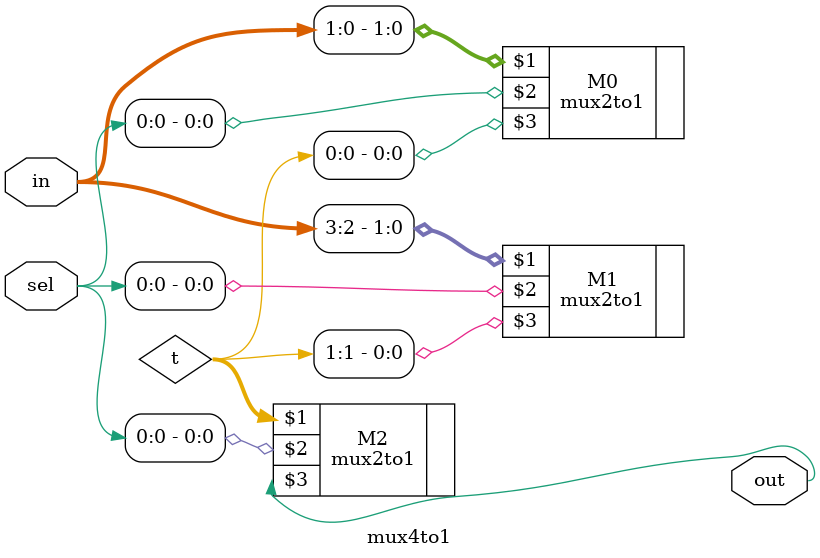
<source format=v>
/* module mux4to1 (in,sel,out);
  input[3:0]in;
  input[1:0]sel;
  output out;

  assign out=sel[in];
    
endmodule */

//4:1 mux using structuaral model bu using 2 2:1 mux
module mux4to1 (in,sel,out);
   input[3:0]in;
   input[1:0]sel;
   output out;
   wire[1:0]t;

   mux2to1 M0(in[1:0],sel[0],t[0]);
   mux2to1 M1(in[3:2],sel[0],t[1]);
   mux2to1 M2(t,sel[0],out);
    
endmodule
</source>
